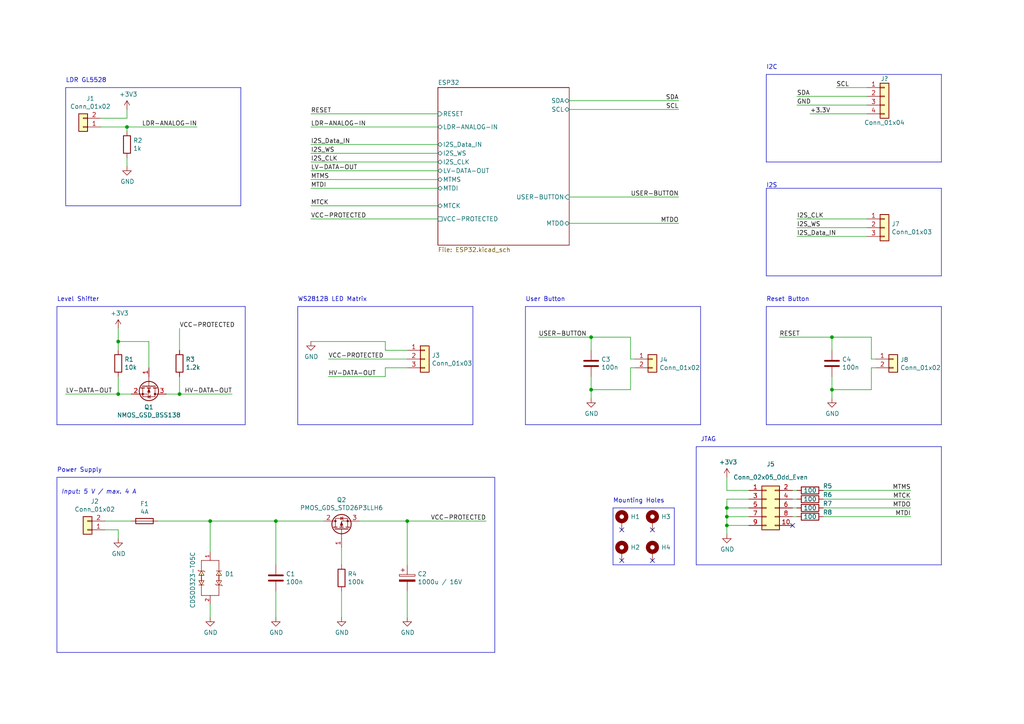
<source format=kicad_sch>
(kicad_sch (version 20230121) (generator eeschema)
  (paper "A4")
  (title_block (title "Pixelix") (date "2022-09-14") (rev "2.0") (comment 1 "Schneider, Niklas"))
  (lib_symbols
    (symbol "CDSOD323-T05C:CDSOD323-T05C" (pin_names (offset 1.016) hide)
      (property "Reference" "D" (at -5.08 5.08 0))
      (property "Value" "CDSOD323-T05C" (at -5.08 -7.62 0))
      (symbol "CDSOD323-T05C_0_0"
        (polyline (pts (xy -5.08 -2.54) (xy -5.08 2.54)) (stroke (width 0.1524)))
        (polyline (pts (xy -2.032 -3.302) (xy -2.286 -3.556)) (stroke (width 0.1524)))
        (polyline (pts (xy -2.032 -2.54) (xy -5.08 -2.54)) (stroke (width 0.1524)))
        (polyline (pts (xy -2.032 -1.778) (xy -2.032 -3.302)) (stroke (width 0.1524)))
        (polyline (pts (xy -2.032 -1.778) (xy -1.778 -1.524)) (stroke (width 0.1524)))
        (polyline (pts (xy -2.032 2.54) (xy -5.08 2.54)) (stroke (width 0.1524)))
        (polyline (pts (xy -2.032 3.302) (xy -2.032 1.778)) (stroke (width 0.1524)))
        (polyline (pts (xy -0.762 -2.54) (xy 1.27 -2.54)) (stroke (width 0.1524)))
        (polyline (pts (xy -0.762 2.54) (xy 1.27 2.54)) (stroke (width 0.1524)))
        (polyline (pts (xy 0.762 -2.54) (xy -1.27 -2.54)) (stroke (width 0.1524)))
        (polyline (pts (xy 0.762 2.54) (xy -1.27 2.54)) (stroke (width 0.1524)))
        (polyline (pts (xy 2.032 -3.302) (xy 2.032 -1.778)) (stroke (width 0.1524)))
        (polyline (pts (xy 2.032 -2.54) (xy 5.08 -2.54)) (stroke (width 0.1524)))
        (polyline (pts (xy 2.032 1.778) (xy 1.778 1.524)) (stroke (width 0.1524)))
        (polyline (pts (xy 2.032 1.778) (xy 2.032 3.302)) (stroke (width 0.1524)))
        (polyline (pts (xy 2.032 2.54) (xy 5.08 2.54)) (stroke (width 0.1524)))
        (polyline (pts (xy 2.032 3.302) (xy 2.286 3.556)) (stroke (width 0.1524)))
        (polyline (pts (xy 5.08 -2.54) (xy 5.08 2.54)) (stroke (width 0.1524)))
        (polyline (pts (xy -2.032 -2.54) (xy -0.762 -1.778) (xy -0.762 -3.302) (xy -2.032 -2.54)) (stroke (width 0.1524)) (fill (type background)))
        (polyline (pts (xy -2.032 2.54) (xy -0.762 3.302) (xy -0.762 1.778) (xy -2.032 2.54)) (stroke (width 0.1524)) (fill (type background)))
        (polyline (pts (xy 2.032 -2.54) (xy 0.762 -3.302) (xy 0.762 -1.778) (xy 2.032 -2.54)) (stroke (width 0.1524)) (fill (type background)))
        (polyline (pts (xy 2.032 2.54) (xy 0.762 1.778) (xy 0.762 3.302) (xy 2.032 2.54)) (stroke (width 0.1524)) (fill (type background)))
        (pin passive line (at -7.62 0 0) (length 2.54) (name "~") (number "1"))
        (pin passive line (at 7.62 0 180) (length 2.54) (name "~") (number "2"))
      )
    )
    (symbol "Connector_Generic:Conn_01x02" (pin_names (offset 1.016) hide)
      (property "Reference" "J" (at 0 2.54 0))
      (property "Value" "Conn_01x02" (at 0 -5.08 0))
      (symbol "Conn_01x02_1_1"
        (rectangle (start -1.27 -2.413) (end 0 -2.667) (stroke (width 0.1524)))
        (rectangle (start -1.27 0.127) (end 0 -0.127) (stroke (width 0.1524)))
        (rectangle (start -1.27 1.27) (end 1.27 -3.81) (stroke (width 0.254)) (fill (type background)))
        (pin passive line (at -5.08 0 0) (length 3.81) (name "Pin_1") (number "1"))
        (pin passive line (at -5.08 -2.54 0) (length 3.81) (name "Pin_2") (number "2"))
      )
    )
    (symbol "Connector_Generic:Conn_01x03" (pin_names (offset 1.016) hide)
      (property "Reference" "J" (at 0 5.08 0))
      (property "Value" "Conn_01x03" (at 0 -5.08 0))
      (symbol "Conn_01x03_1_1"
        (rectangle (start -1.27 -2.413) (end 0 -2.667) (stroke (width 0.1524)))
        (rectangle (start -1.27 0.127) (end 0 -0.127) (stroke (width 0.1524)))
        (rectangle (start -1.27 2.667) (end 0 2.413) (stroke (width 0.1524)))
        (rectangle (start -1.27 3.81) (end 1.27 -3.81) (stroke (width 0.254)) (fill (type background)))
        (pin passive line (at -5.08 2.54 0) (length 3.81) (name "Pin_1") (number "1"))
        (pin passive line (at -5.08 0 0) (length 3.81) (name "Pin_2") (number "2"))
        (pin passive line (at -5.08 -2.54 0) (length 3.81) (name "Pin_3") (number "3"))
      )
    )
    (symbol "Connector_Generic:Conn_01x04" (pin_names (offset 1.016) hide)
      (property "Reference" "J" (at 0 5.08 0))
      (property "Value" "Conn_01x04" (at 0 -7.62 0))
      (symbol "Conn_01x04_1_1"
        (rectangle (start -1.27 -4.953) (end 0 -5.207) (stroke (width 0.1524)))
        (rectangle (start -1.27 -2.413) (end 0 -2.667) (stroke (width 0.1524)))
        (rectangle (start -1.27 0.127) (end 0 -0.127) (stroke (width 0.1524)))
        (rectangle (start -1.27 2.667) (end 0 2.413) (stroke (width 0.1524)))
        (rectangle (start -1.27 3.81) (end 1.27 -6.35) (stroke (width 0.254)) (fill (type background)))
        (pin passive line (at -5.08 2.54 0) (length 3.81) (name "Pin_1") (number "1"))
        (pin passive line (at -5.08 0 0) (length 3.81) (name "Pin_2") (number "2"))
        (pin passive line (at -5.08 -2.54 0) (length 3.81) (name "Pin_3") (number "3"))
        (pin passive line (at -5.08 -5.08 0) (length 3.81) (name "Pin_4") (number "4"))
      )
    )
    (symbol "Connector_Generic:Conn_02x05_Odd_Even" (pin_names (offset 1.016) hide)
      (property "Reference" "J" (at 1.27 7.62 0))
      (property "Value" "Conn_02x05_Odd_Even" (at 1.27 -7.62 0))
      (symbol "Conn_02x05_Odd_Even_1_1"
        (rectangle (start -1.27 -4.953) (end 0 -5.207) (stroke (width 0.1524)))
        (rectangle (start -1.27 -2.413) (end 0 -2.667) (stroke (width 0.1524)))
        (rectangle (start -1.27 0.127) (end 0 -0.127) (stroke (width 0.1524)))
        (rectangle (start -1.27 2.667) (end 0 2.413) (stroke (width 0.1524)))
        (rectangle (start -1.27 5.207) (end 0 4.953) (stroke (width 0.1524)))
        (rectangle (start -1.27 6.35) (end 3.81 -6.35) (stroke (width 0.254)) (fill (type background)))
        (rectangle (start 3.81 -4.953) (end 2.54 -5.207) (stroke (width 0.1524)))
        (rectangle (start 3.81 -2.413) (end 2.54 -2.667) (stroke (width 0.1524)))
        (rectangle (start 3.81 0.127) (end 2.54 -0.127) (stroke (width 0.1524)))
        (rectangle (start 3.81 2.667) (end 2.54 2.413) (stroke (width 0.1524)))
        (rectangle (start 3.81 5.207) (end 2.54 4.953) (stroke (width 0.1524)))
        (pin passive line (at -5.08 5.08 0) (length 3.81) (name "Pin_1") (number "1"))
        (pin passive line (at 7.62 -5.08 180) (length 3.81) (name "Pin_10") (number "10"))
        (pin passive line (at 7.62 5.08 180) (length 3.81) (name "Pin_2") (number "2"))
        (pin passive line (at -5.08 2.54 0) (length 3.81) (name "Pin_3") (number "3"))
        (pin passive line (at 7.62 2.54 180) (length 3.81) (name "Pin_4") (number "4"))
        (pin passive line (at -5.08 0 0) (length 3.81) (name "Pin_5") (number "5"))
        (pin passive line (at 7.62 0 180) (length 3.81) (name "Pin_6") (number "6"))
        (pin passive line (at -5.08 -2.54 0) (length 3.81) (name "Pin_7") (number "7"))
        (pin passive line (at 7.62 -2.54 180) (length 3.81) (name "Pin_8") (number "8"))
        (pin passive line (at -5.08 -5.08 0) (length 3.81) (name "Pin_9") (number "9"))
      )
    )
    (symbol "Device:C" (pin_numbers hide) (pin_names (offset 0.254))
      (property "Reference" "C" (at 0.635 2.54 0))
      (property "Value" "C" (at 0.635 -2.54 0))
      (symbol "C_0_1"
        (polyline (pts (xy -2.032 -0.762) (xy 2.032 -0.762)) (stroke (width 0.508)))
        (polyline (pts (xy -2.032 0.762) (xy 2.032 0.762)) (stroke (width 0.508)))
      )
      (symbol "C_1_1"
        (pin passive line (at 0 3.81 270) (length 2.794) (name "~") (number "1"))
        (pin passive line (at 0 -3.81 90) (length 2.794) (name "~") (number "2"))
      )
    )
    (symbol "Device:Fuse" (pin_numbers hide) (pin_names (offset 0))
      (property "Reference" "F" (at 2.032 0 90))
      (property "Value" "Fuse" (at -1.905 0 90))
      (symbol "Fuse_0_1"
        (rectangle (start -0.762 -2.54) (end 0.762 2.54) (stroke (width 0.254)))
        (polyline (pts (xy 0 2.54) (xy 0 -2.54)))
      )
      (symbol "Fuse_1_1"
        (pin passive line (at 0 3.81 270) (length 1.27) (name "~") (number "1"))
        (pin passive line (at 0 -3.81 90) (length 1.27) (name "~") (number "2"))
      )
    )
    (symbol "Device:Q_NMOS_GSD" (pin_names (offset 0) hide)
      (property "Reference" "Q" (at 5.08 1.27 0))
      (property "Value" "Q_NMOS_GSD" (at 5.08 -1.27 0))
      (symbol "Q_NMOS_GSD_0_1"
        (polyline (pts (xy 0.254 0) (xy -2.54 0)))
        (polyline (pts (xy 0.254 1.905) (xy 0.254 -1.905)) (stroke (width 0.254)))
        (polyline (pts (xy 0.762 -1.27) (xy 0.762 -2.286)) (stroke (width 0.254)))
        (polyline (pts (xy 0.762 0.508) (xy 0.762 -0.508)) (stroke (width 0.254)))
        (polyline (pts (xy 0.762 2.286) (xy 0.762 1.27)) (stroke (width 0.254)))
        (polyline (pts (xy 2.54 2.54) (xy 2.54 1.778)))
        (polyline (pts (xy 2.54 -2.54) (xy 2.54 0) (xy 0.762 0)))
        (polyline (pts (xy 0.762 -1.778) (xy 3.302 -1.778) (xy 3.302 1.778) (xy 0.762 1.778)))
        (polyline (pts (xy 1.016 0) (xy 2.032 0.381) (xy 2.032 -0.381) (xy 1.016 0)) (fill (type outline)))
        (polyline (pts (xy 2.794 0.508) (xy 2.921 0.381) (xy 3.683 0.381) (xy 3.81 0.254)))
        (polyline (pts (xy 3.302 0.381) (xy 2.921 -0.254) (xy 3.683 -0.254) (xy 3.302 0.381)))
        (circle (center 1.651 0) (radius 2.794) (stroke (width 0.254)))
        (circle (center 2.54 -1.778) (radius 0.254) (fill (type outline)))
        (circle (center 2.54 1.778) (radius 0.254) (fill (type outline)))
      )
      (symbol "Q_NMOS_GSD_1_1"
        (pin input line (at -5.08 0 0) (length 2.54) (name "G") (number "1"))
        (pin passive line (at 2.54 -5.08 90) (length 2.54) (name "S") (number "2"))
        (pin passive line (at 2.54 5.08 270) (length 2.54) (name "D") (number "3"))
      )
    )
    (symbol "Device:Q_PMOS_GDS" (pin_names (offset 0) hide)
      (property "Reference" "Q" (at 5.08 1.27 0))
      (property "Value" "Q_PMOS_GDS" (at 5.08 -1.27 0))
      (symbol "Q_PMOS_GDS_0_1"
        (polyline (pts (xy 0.254 0) (xy -2.54 0)))
        (polyline (pts (xy 0.254 1.905) (xy 0.254 -1.905)) (stroke (width 0.254)))
        (polyline (pts (xy 0.762 -1.27) (xy 0.762 -2.286)) (stroke (width 0.254)))
        (polyline (pts (xy 0.762 0.508) (xy 0.762 -0.508)) (stroke (width 0.254)))
        (polyline (pts (xy 0.762 2.286) (xy 0.762 1.27)) (stroke (width 0.254)))
        (polyline (pts (xy 2.54 2.54) (xy 2.54 1.778)))
        (polyline (pts (xy 2.54 -2.54) (xy 2.54 0) (xy 0.762 0)))
        (polyline (pts (xy 0.762 1.778) (xy 3.302 1.778) (xy 3.302 -1.778) (xy 0.762 -1.778)))
        (polyline (pts (xy 2.286 0) (xy 1.27 0.381) (xy 1.27 -0.381) (xy 2.286 0)) (fill (type outline)))
        (polyline (pts (xy 2.794 -0.508) (xy 2.921 -0.381) (xy 3.683 -0.381) (xy 3.81 -0.254)))
        (polyline (pts (xy 3.302 -0.381) (xy 2.921 0.254) (xy 3.683 0.254) (xy 3.302 -0.381)))
        (circle (center 1.651 0) (radius 2.794) (stroke (width 0.254)))
        (circle (center 2.54 -1.778) (radius 0.254) (fill (type outline)))
        (circle (center 2.54 1.778) (radius 0.254) (fill (type outline)))
      )
      (symbol "Q_PMOS_GDS_1_1"
        (pin input line (at -5.08 0 0) (length 2.54) (name "G") (number "1"))
        (pin passive line (at 2.54 5.08 270) (length 2.54) (name "D") (number "2"))
        (pin passive line (at 2.54 -5.08 90) (length 2.54) (name "S") (number "3"))
      )
    )
    (symbol "Device:R" (pin_numbers hide) (pin_names (offset 0))
      (property "Reference" "R" (at 2.032 0 90))
      (property "Value" "R" (at 0 0 90))
      (symbol "R_0_1"
        (rectangle (start -1.016 -2.54) (end 1.016 2.54) (stroke (width 0.254)))
      )
      (symbol "R_1_1"
        (pin passive line (at 0 3.81 270) (length 1.27) (name "~") (number "1"))
        (pin passive line (at 0 -3.81 90) (length 1.27) (name "~") (number "2"))
      )
    )
    (symbol "Mechanical:MountingHole_Pad" (pin_numbers hide) (pin_names (offset 1.016) hide)
      (property "Reference" "H" (at 0 6.35 0))
      (property "Value" "MountingHole_Pad" (at 0 4.445 0))
      (symbol "MountingHole_Pad_0_1"
        (circle (center 0 1.27) (radius 1.27) (stroke (width 1.27)))
      )
      (symbol "MountingHole_Pad_1_1"
        (pin input line (at 0 -2.54 90) (length 2.54) (name "1") (number "1"))
      )
    )
    (symbol "Pixelix-rescue:CP-Device" (pin_numbers hide) (pin_names (offset 0.254))
      (property "Reference" "C" (at 0.635 2.54 0))
      (property "Value" "CP-Device" (at 0.635 -2.54 0))
      (symbol "CP-Device_0_1"
        (rectangle (start -2.286 0.508) (end 2.286 1.016))
        (polyline (pts (xy -1.778 2.286) (xy -0.762 2.286)))
        (polyline (pts (xy -1.27 2.794) (xy -1.27 1.778)))
        (rectangle (start 2.286 -0.508) (end -2.286 -1.016) (fill (type outline)))
      )
      (symbol "CP-Device_1_1"
        (pin passive line (at 0 3.81 270) (length 2.794) (name "~") (number "1"))
        (pin passive line (at 0 -3.81 90) (length 2.794) (name "~") (number "2"))
      )
    )
    (symbol "power:+3V3" (power) (pin_names (offset 0))
      (property "Value" "+3V3" (at 0 3.556 0))
      (symbol "+3V3_0_1"
        (polyline (pts (xy -0.762 1.27) (xy 0 2.54)))
        (polyline (pts (xy 0 0) (xy 0 2.54)))
        (polyline (pts (xy 0 2.54) (xy 0.762 1.27)))
      )
      (symbol "+3V3_1_1"
        (pin power_in line (at 0 0 90) (length 0) hide (name "+3V3") (number "1"))
      )
    )
    (symbol "power:GND" (power) (pin_names (offset 0))
      (property "Value" "GND" (at 0 -3.81 0))
      (symbol "GND_0_1"
        (polyline (pts (xy 0 0) (xy 0 -1.27) (xy 1.27 -1.27) (xy 0 -2.54) (xy -1.27 -1.27) (xy 0 -1.27)))
      )
      (symbol "GND_1_1"
        (pin power_in line (at 0 0 270) (length 0) hide (name "GND") (number "1"))
      )
    )
  )
  (junction (at 210.82 149.86))
  (junction (at 60.96 151.13))
  (junction (at 80.01 151.13))
  (junction (at 241.3 97.79))
  (junction (at 34.29 114.3))
  (junction (at 210.82 147.32))
  (junction (at 36.83 36.83))
  (junction (at 241.3 113.03))
  (junction (at 52.07 114.3))
  (junction (at 171.45 97.79))
  (junction (at 34.29 99.06))
  (junction (at 118.11 151.13))
  (junction (at 171.45 113.03))
  (junction (at 210.82 152.4))
  (no_connect (at 180.34 162.56))
  (no_connect (at 189.23 153.67))
  (no_connect (at 180.34 153.67))
  (no_connect (at 189.23 162.56))
  (no_connect (at 229.87 152.4))
  (wire (pts (xy 111.76 101.6) (xy 111.76 99.06)))
  (wire (pts (xy 210.82 149.86) (xy 210.82 152.4)))
  (wire (pts (xy 30.48 153.67) (xy 34.29 153.67)))
  (polyline (pts (xy 222.25 123.19) (xy 222.25 88.9)))
  (wire (pts (xy 252.73 97.79) (xy 252.73 104.14)))
  (polyline (pts (xy 143.51 138.43) (xy 143.51 189.23)))
  (polyline (pts (xy 16.51 123.19) (xy 16.51 88.9)))
  (polyline (pts (xy 222.25 80.01) (xy 222.25 54.61)))
  (wire (pts (xy 210.82 144.78) (xy 210.82 147.32)))
  (polyline (pts (xy 137.16 123.19) (xy 86.36 123.19)))
  (wire (pts (xy 229.87 147.32) (xy 231.14 147.32)))
  (polyline (pts (xy 86.36 88.9) (xy 137.16 88.9)))
  (wire (pts (xy 196.85 57.15) (xy 165.1 57.15)))
  (wire (pts (xy 171.45 97.79) (xy 156.21 97.79)))
  (wire (pts (xy 30.48 151.13) (xy 38.1 151.13)))
  (wire (pts (xy 238.76 144.78) (xy 264.16 144.78)))
  (wire (pts (xy 252.73 104.14) (xy 254 104.14)))
  (wire (pts (xy 52.07 114.3) (xy 52.07 109.22)))
  (wire (pts (xy 127 44.45) (xy 90.17 44.45)))
  (wire (pts (xy 251.46 30.48) (xy 231.14 30.48)))
  (polyline (pts (xy 195.58 163.83) (xy 195.58 147.32)))
  (wire (pts (xy 127 52.07) (xy 90.17 52.07)))
  (wire (pts (xy 210.82 152.4) (xy 217.17 152.4)))
  (wire (pts (xy 217.17 142.24) (xy 210.82 142.24)))
  (wire (pts (xy 241.3 113.03) (xy 252.73 113.03)))
  (wire (pts (xy 127 49.53) (xy 90.17 49.53)))
  (wire (pts (xy 104.14 151.13) (xy 118.11 151.13)))
  (polyline (pts (xy 201.93 129.54) (xy 273.05 129.54)))
  (polyline (pts (xy 203.2 88.9) (xy 203.2 123.19)))
  (wire (pts (xy 241.3 115.57) (xy 241.3 113.03)))
  (wire (pts (xy 254 106.68) (xy 252.73 106.68)))
  (wire (pts (xy 99.06 171.45) (xy 99.06 179.07)))
  (polyline (pts (xy 69.85 59.69) (xy 19.05 59.69)))
  (wire (pts (xy 210.82 152.4) (xy 210.82 154.94)))
  (polyline (pts (xy 177.8 163.83) (xy 195.58 163.83)))
  (wire (pts (xy 252.73 106.68) (xy 252.73 113.03)))
  (polyline (pts (xy 273.05 163.83) (xy 273.05 129.54)))
  (wire (pts (xy 251.46 68.58) (xy 231.14 68.58)))
  (wire (pts (xy 36.83 34.29) (xy 36.83 31.75)))
  (wire (pts (xy 45.72 151.13) (xy 60.96 151.13)))
  (wire (pts (xy 251.46 66.04) (xy 231.14 66.04)))
  (wire (pts (xy 127 59.69) (xy 90.17 59.69)))
  (wire (pts (xy 52.07 114.3) (xy 67.31 114.3)))
  (wire (pts (xy 34.29 114.3) (xy 38.1 114.3)))
  (wire (pts (xy 118.11 101.6) (xy 111.76 101.6)))
  (wire (pts (xy 48.26 114.3) (xy 52.07 114.3)))
  (wire (pts (xy 19.05 114.3) (xy 34.29 114.3)))
  (polyline (pts (xy 273.05 21.59) (xy 273.05 46.99)))
  (wire (pts (xy 229.87 149.86) (xy 231.14 149.86)))
  (wire (pts (xy 43.18 99.06) (xy 34.29 99.06)))
  (polyline (pts (xy 19.05 59.69) (xy 19.05 25.4)))
  (wire (pts (xy 127 63.5) (xy 90.17 63.5)))
  (polyline (pts (xy 222.25 46.99) (xy 222.25 21.59)))
  (polyline (pts (xy 273.05 88.9) (xy 273.05 123.19)))
  (wire (pts (xy 127 41.91) (xy 90.17 41.91)))
  (wire (pts (xy 111.76 109.22) (xy 111.76 106.68)))
  (wire (pts (xy 171.45 113.03) (xy 182.88 113.03)))
  (wire (pts (xy 182.88 113.03) (xy 182.88 106.68)))
  (polyline (pts (xy 152.4 123.19) (xy 152.4 88.9)))
  (polyline (pts (xy 273.05 80.01) (xy 222.25 80.01)))
  (wire (pts (xy 29.21 34.29) (xy 36.83 34.29)))
  (polyline (pts (xy 71.12 123.19) (xy 16.51 123.19)))
  (polyline (pts (xy 222.25 88.9) (xy 273.05 88.9)))
  (polyline (pts (xy 273.05 46.99) (xy 222.25 46.99)))
  (wire (pts (xy 80.01 151.13) (xy 93.98 151.13)))
  (wire (pts (xy 118.11 151.13) (xy 140.97 151.13)))
  (wire (pts (xy 182.88 97.79) (xy 171.45 97.79)))
  (wire (pts (xy 34.29 109.22) (xy 34.29 114.3)))
  (wire (pts (xy 36.83 36.83) (xy 36.83 38.1)))
  (wire (pts (xy 229.87 144.78) (xy 231.14 144.78)))
  (polyline (pts (xy 16.51 88.9) (xy 71.12 88.9)))
  (wire (pts (xy 118.11 163.83) (xy 118.11 151.13)))
  (polyline (pts (xy 203.2 123.19) (xy 152.4 123.19)))
  (polyline (pts (xy 137.16 88.9) (xy 137.16 123.19)))
  (polyline (pts (xy 222.25 21.59) (xy 273.05 21.59)))
  (wire (pts (xy 182.88 106.68) (xy 184.15 106.68)))
  (wire (pts (xy 111.76 106.68) (xy 118.11 106.68)))
  (wire (pts (xy 60.96 151.13) (xy 60.96 160.02)))
  (polyline (pts (xy 86.36 123.19) (xy 86.36 88.9)))
  (wire (pts (xy 34.29 99.06) (xy 34.29 95.25)))
  (polyline (pts (xy 71.12 88.9) (xy 71.12 123.19)))
  (wire (pts (xy 241.3 113.03) (xy 241.3 109.22)))
  (polyline (pts (xy 273.05 163.83) (xy 201.93 163.83)))
  (wire (pts (xy 43.18 106.68) (xy 43.18 99.06)))
  (wire (pts (xy 95.25 104.14) (xy 118.11 104.14)))
  (wire (pts (xy 171.45 97.79) (xy 171.45 101.6)))
  (wire (pts (xy 127 54.61) (xy 90.17 54.61)))
  (wire (pts (xy 238.76 142.24) (xy 264.16 142.24)))
  (polyline (pts (xy 69.85 25.4) (xy 69.85 59.69)))
  (wire (pts (xy 251.46 63.5) (xy 231.14 63.5)))
  (wire (pts (xy 95.25 109.22) (xy 111.76 109.22)))
  (wire (pts (xy 99.06 163.83) (xy 99.06 158.75)))
  (wire (pts (xy 127 46.99) (xy 90.17 46.99)))
  (wire (pts (xy 196.85 31.75) (xy 165.1 31.75)))
  (wire (pts (xy 251.46 27.94) (xy 231.14 27.94)))
  (wire (pts (xy 217.17 144.78) (xy 210.82 144.78)))
  (polyline (pts (xy 177.8 147.32) (xy 177.8 163.83)))
  (wire (pts (xy 182.88 104.14) (xy 182.88 97.79)))
  (wire (pts (xy 241.3 97.79) (xy 226.06 97.79)))
  (polyline (pts (xy 273.05 54.61) (xy 273.05 80.01)))
  (polyline (pts (xy 16.51 138.43) (xy 143.51 138.43)))
  (wire (pts (xy 127 36.83) (xy 90.17 36.83)))
  (wire (pts (xy 252.73 97.79) (xy 241.3 97.79)))
  (wire (pts (xy 196.85 64.77) (xy 165.1 64.77)))
  (polyline (pts (xy 273.05 123.19) (xy 222.25 123.19)))
  (wire (pts (xy 238.76 149.86) (xy 264.16 149.86)))
  (polyline (pts (xy 222.25 54.61) (xy 273.05 54.61)))
  (wire (pts (xy 80.01 171.45) (xy 80.01 179.07)))
  (wire (pts (xy 196.85 29.21) (xy 165.1 29.21)))
  (wire (pts (xy 171.45 113.03) (xy 171.45 109.22)))
  (wire (pts (xy 80.01 163.83) (xy 80.01 151.13)))
  (wire (pts (xy 52.07 101.6) (xy 52.07 95.25)))
  (wire (pts (xy 234.95 33.02) (xy 251.46 33.02)))
  (wire (pts (xy 111.76 99.06) (xy 90.17 99.06)))
  (wire (pts (xy 29.21 36.83) (xy 36.83 36.83)))
  (wire (pts (xy 217.17 147.32) (xy 210.82 147.32)))
  (wire (pts (xy 34.29 153.67) (xy 34.29 156.21)))
  (wire (pts (xy 34.29 99.06) (xy 34.29 101.6)))
  (polyline (pts (xy 143.51 189.23) (xy 16.51 189.23)))
  (wire (pts (xy 118.11 171.45) (xy 118.11 179.07)))
  (wire (pts (xy 36.83 45.72) (xy 36.83 48.26)))
  (polyline (pts (xy 201.93 163.83) (xy 201.93 129.54)))
  (wire (pts (xy 60.96 175.26) (xy 60.96 179.07)))
  (polyline (pts (xy 177.8 147.32) (xy 195.58 147.32)))
  (wire (pts (xy 36.83 36.83) (xy 57.15 36.83)))
  (wire (pts (xy 242.57 25.4) (xy 251.46 25.4)))
  (wire (pts (xy 217.17 149.86) (xy 210.82 149.86)))
  (polyline (pts (xy 16.51 189.23) (xy 16.51 138.43)))
  (wire (pts (xy 210.82 147.32) (xy 210.82 149.86)))
  (wire (pts (xy 210.82 142.24) (xy 210.82 138.43)))
  (wire (pts (xy 171.45 115.57) (xy 171.45 113.03)))
  (wire (pts (xy 127 33.02) (xy 90.17 33.02)))
  (wire (pts (xy 184.15 104.14) (xy 182.88 104.14)))
  (wire (pts (xy 60.96 151.13) (xy 80.01 151.13)))
  (polyline (pts (xy 152.4 88.9) (xy 203.2 88.9)))
  (wire (pts (xy 241.3 97.79) (xy 241.3 101.6)))
  (polyline (pts (xy 19.05 25.4) (xy 69.85 25.4)))
  (wire (pts (xy 238.76 147.32) (xy 264.16 147.32)))
  (wire (pts (xy 229.87 142.24) (xy 231.14 142.24)))
  (text "User Button" (at 152.4 87.63 0) (effects (font (size 1.27 1.27)) (justify left bottom)))
  (text "LDR GL5528" (at 19.05 24.13 0) (effects (font (size 1.27 1.27)) (justify left bottom)))
  (text "WS2812B LED Matrix" (at 86.36 87.63 0) (effects (font (size 1.27 1.27)) (justify left bottom)))
  (text "I2S" (at 222.25 54.61 0) (effects (font (size 1.27 1.27)) (justify left bottom)))
  (text "JTAG" (at 203.2 128.27 0) (effects (font (size 1.27 1.27)) (justify left bottom)))
  (text "I2C" (at 222.25 20.32 0) (effects (font (size 1.27 1.27)) (justify left bottom)))
  (text "Power Supply" (at 16.51 137.16 0) (effects (font (size 1.27 1.27)) (justify left bottom)))
  (text "Mounting Holes" (at 177.8 146.05 0) (effects (font (size 1.27 1.27)) (justify left bottom)))
  (text "Input: 5 V / max. 4 A" (at 17.78 143.51 0) (effects (font (size 1.27 1.27) italic) (justify left bottom)))
  (text "Level Shifter" (at 16.51 87.63 0) (effects (font (size 1.27 1.27)) (justify left bottom)))
  (text "Reset Button" (at 222.25 87.63 0) (effects (font (size 1.27 1.27)) (justify left bottom)))
  (label "MTCK" (at 264.16 144.78 180))
  (label "SCL" (at 196.85 31.75 180))
  (label "SDA" (at 231.14 27.94 0))
  (label "SCL" (at 242.57 25.4 0))
  (label "GND" (at 231.14 30.48 0))
  (label "HV-DATA-OUT" (at 95.25 109.22 0))
  (label "I2S_WS" (at 90.17 44.45 0))
  (label "LV-DATA-OUT" (at 90.17 49.53 0))
  (label "MTMS" (at 264.16 142.24 180))
  (label "VCC-PROTECTED" (at 52.07 95.25 0))
  (label "MTDO" (at 196.85 64.77 180))
  (label "MTDI" (at 264.16 149.86 180))
  (label "VCC-PROTECTED" (at 140.97 151.13 180))
  (label "LDR-ANALOG-IN" (at 57.15 36.83 180))
  (label "VCC-PROTECTED" (at 90.17 63.5 0))
  (label "HV-DATA-OUT" (at 67.31 114.3 180))
  (label "USER-BUTTON" (at 156.21 97.79 0))
  (label "VCC-PROTECTED" (at 95.25 104.14 0))
  (label "RESET" (at 90.17 33.02 0))
  (label "RESET" (at 226.06 97.79 0))
  (label "MTDO" (at 264.16 147.32 180))
  (label "I2S_WS" (at 231.14 66.04 0))
  (label "LV-DATA-OUT" (at 19.05 114.3 0))
  (label "MTDI" (at 90.17 54.61 0))
  (label "I2S_Data_IN" (at 231.14 68.58 0))
  (label "I2S_Data_IN" (at 90.17 41.91 0))
  (label "MTMS" (at 90.17 52.07 0))
  (label "USER-BUTTON" (at 196.85 57.15 180))
  (label "I2S_CLK" (at 231.14 63.5 0))
  (label "+3.3V" (at 234.95 33.02 0))
  (label "LDR-ANALOG-IN" (at 90.17 36.83 0))
  (label "MTCK" (at 90.17 59.69 0))
  (label "SDA" (at 196.85 29.21 180))
  (label "I2S_CLK" (at 90.17 46.99 0))
  (symbol (lib_id "Device:R") (at 36.83 41.91 0) (unit 1)
    (property "Reference" "R2" (at 38.608 40.7416 0) (effects (justify left)))
    (property "Value" "1k" (at 38.608 43.053 0) (effects (justify left)))
    (property "Footprint" "Resistor_SMD:R_1206_3216Metric_Pad1.30x1.75mm_HandSolder" (effects hide))
    (property "Manufacturer" "YAGEO" (effects hide))
    (property "Part-No." "RC1206JR-071KL" (effects hide))
  )
  (symbol (lib_id "Connector_Generic:Conn_01x04") (at 256.54 27.94 0) (unit 1)
    (property "Reference" "J?" (at 256.54 22.86 0))
    (property "Value" "Conn_01x04" (at 256.54 35.56 0))
    (property "Manufacturer" "Würth Elektronik" (effects hide))
    (property "Part-No." "66200211022" (effects hide))
  )
  (symbol (lib_id "Connector_Generic:Conn_01x02") (at 24.13 36.83 180) (unit 1)
    (property "Reference" "J1" (at 26.2128 28.575 0))
    (property "Value" "Conn_01x02" (at 26.2128 30.8864 0))
    (property "Footprint" "footprints:66200211022" (effects hide))
    (property "Manufacturer" "Würth Elektronik" (effects hide))
    (property "Part-No." "66200211022" (effects hide))
  )
  (symbol (lib_id "Connector_Generic:Conn_01x02") (at 259.08 104.14 0) (unit 1)
    (property "Reference" "J8" (at 261.112 104.3432 0) (effects (justify left)))
    (property "Value" "Conn_01x02" (at 261.112 106.6546 0) (effects (justify left)))
    (property "Footprint" "footprints:66200211022" (effects hide))
    (property "Manufacturer" "Würth Elektronik" (effects hide))
    (property "Part-No." "66200211022" (effects hide))
  )
  (symbol (lib_id "Connector_Generic:Conn_01x02") (at 189.23 104.14 0) (unit 1)
    (property "Reference" "J4" (at 191.262 104.3432 0) (effects (justify left)))
    (property "Value" "Conn_01x02" (at 191.262 106.6546 0) (effects (justify left)))
    (property "Footprint" "footprints:66200211022" (effects hide))
    (property "Manufacturer" "Würth Elektronik" (effects hide))
    (property "Part-No." "66200211022" (effects hide))
  )
  (symbol (lib_id "Connector_Generic:Conn_01x03") (at 123.19 104.14 0) (unit 1)
    (property "Reference" "J3" (at 125.222 103.0732 0) (effects (justify left)))
    (property "Value" "Conn_01x03" (at 125.222 105.3846 0) (effects (justify left)))
    (property "Footprint" "footprints:66200311022" (effects hide))
    (property "Manufacturer" "Würth Elektronik" (effects hide))
    (property "Part-No." "66200311022" (effects hide))
  )
  (symbol (lib_id "power:GND") (at 36.83 48.26 0) (unit 1)
    (property "Reference" "#PWR04" (effects hide))
    (property "Value" "GND" (at 36.957 52.6542 0))
  )
  (symbol (lib_id "power:+3V3") (at 36.83 31.75 0) (unit 1)
    (property "Reference" "#PWR03" (effects hide))
    (property "Value" "+3V3" (at 37.211 27.3558 0))
  )
  (symbol (lib_id "Device:R") (at 34.29 105.41 0) (unit 1)
    (property "Reference" "R1" (at 36.068 104.2416 0) (effects (justify left)))
    (property "Value" "10k" (at 36.068 106.553 0) (effects (justify left)))
    (property "Footprint" "Resistor_SMD:R_1206_3216Metric_Pad1.30x1.75mm_HandSolder" (effects hide))
    (property "Manufacturer" "Yageo" (effects hide))
    (property "Part-No." "RC1206JR-0710KL" (effects hide))
  )
  (symbol (lib_id "Device:R") (at 52.07 105.41 0) (unit 1)
    (property "Reference" "R3" (at 53.848 104.2416 0) (effects (justify left)))
    (property "Value" "1.2k" (at 53.848 106.553 0) (effects (justify left)))
    (property "Footprint" "Resistor_SMD:R_1206_3216Metric_Pad1.30x1.75mm_HandSolder" (effects hide))
    (property "Manufacturer" "YAGEO" (effects hide))
    (property "Part-No." "RC1206JR-071K2L" (effects hide))
  )
  (symbol (lib_id "Device:Q_NMOS_GSD") (at 43.18 111.76 270) (unit 1)
    (property "Reference" "Q1" (at 43.18 118.0846 90))
    (property "Value" "NMOS_GSD_BSS138" (at 43.18 120.396 90))
    (property "Footprint" "Package_TO_SOT_SMD:SOT-23_Handsoldering" (effects hide))
    (property "Datasheet" "https://www.mouser.de/datasheet/2/308/1/BSS138_D-2310374.pdf" (effects hide))
    (property "Manufacturer" "Onsemi" (effects hide))
    (property "Part-No." "BSS138" (effects hide))
  )
  (symbol (lib_id "power:+3V3") (at 34.29 95.25 0) (unit 1)
    (property "Reference" "#PWR01" (effects hide))
    (property "Value" "+3V3" (at 34.671 90.8558 0))
  )
  (symbol (lib_id "power:GND") (at 90.17 99.06 0) (unit 1)
    (property "Reference" "#PWR07" (effects hide))
    (property "Value" "GND" (at 90.297 103.4542 0))
  )
  (symbol (lib_id "Device:C") (at 171.45 105.41 0) (unit 1)
    (property "Reference" "C3" (at 174.371 104.2416 0) (effects (justify left)))
    (property "Value" "100n" (at 174.371 106.553 0) (effects (justify left)))
    (property "Footprint" "Capacitor_SMD:C_1206_3216Metric_Pad1.33x1.80mm_HandSolder" (effects hide))
    (property "Manufacturer" "KEMET" (effects hide))
    (property "Part-No." "X7R1206B100N " (effects hide))
  )
  (symbol (lib_id "power:GND") (at 171.45 115.57 0) (unit 1)
    (property "Reference" "#PWR010" (effects hide))
    (property "Value" "GND" (at 171.577 119.9642 0))
  )
  (symbol (lib_id "Device:C") (at 241.3 105.41 0) (unit 1)
    (property "Reference" "C4" (at 244.221 104.2416 0) (effects (justify left)))
    (property "Value" "100n" (at 244.221 106.553 0) (effects (justify left)))
    (property "Footprint" "Capacitor_SMD:C_1206_3216Metric_Pad1.33x1.80mm_HandSolder" (effects hide))
    (property "Manufacturer" "KEMET" (effects hide))
    (property "Part-No." "X7R1206B100N " (effects hide))
  )
  (symbol (lib_id "power:GND") (at 241.3 115.57 0) (unit 1)
    (property "Reference" "#PWR013" (effects hide))
    (property "Value" "GND" (at 241.427 119.9642 0))
  )
  (symbol (lib_id "power:GND") (at 34.29 156.21 0) (unit 1)
    (property "Reference" "#PWR02" (effects hide))
    (property "Value" "GND" (at 34.417 160.6042 0))
  )
  (symbol (lib_id "Pixelix-rescue:CP-Device") (at 118.11 167.64 0) (unit 1)
    (property "Reference" "C2" (at 121.1072 166.4716 0) (effects (justify left)))
    (property "Value" "1000u / 16V" (at 121.1072 168.783 0) (effects (justify left)))
    (property "Footprint" "footprints:CP_Radial_D8.0mm_P3.50mm_horizontal" (effects hide))
    (property "Manufacturer" "Panasonic" (effects hide))
    (property "Part-No." "EEU-FR1C102L" (effects hide))
  )
  (symbol (lib_id "Device:R") (at 99.06 167.64 0) (unit 1)
    (property "Reference" "R4" (at 100.838 166.4716 0) (effects (justify left)))
    (property "Value" "100k" (at 100.838 168.783 0) (effects (justify left)))
    (property "Footprint" "Resistor_SMD:R_1206_3216Metric_Pad1.30x1.75mm_HandSolder" (effects hide))
    (property "Manufacturer" "KOA" (effects hide))
    (property "Part-No." "RK73H2BTTD14" (effects hide))
  )
  (symbol (lib_id "Device:C") (at 80.01 167.64 0) (unit 1)
    (property "Reference" "C1" (at 82.931 166.4716 0) (effects (justify left)))
    (property "Value" "100n" (at 82.931 168.783 0) (effects (justify left)))
    (property "Footprint" "Capacitor_SMD:C_1206_3216Metric_Pad1.33x1.80mm_HandSolder" (effects hide))
    (property "Manufacturer" "KEMET" (effects hide))
    (property "Part-No." "X7R1206B100N " (effects hide))
  )
  (symbol (lib_id "Device:Fuse") (at 41.91 151.13 270) (unit 1)
    (property "Reference" "F1" (at 41.91 146.1262 90))
    (property "Value" "4A" (at 41.91 148.4376 90))
    (property "Footprint" "footprints:FUSE_0154004.DR" (effects hide))
    (property "Manufacturer" "Littlefuse" (effects hide))
    (property "Part-No." "0154004.DRT" (effects hide))
  )
  (symbol (lib_id "CDSOD323-T05C:CDSOD323-T05C") (at 60.96 167.64 270) (unit 1)
    (property "Reference" "D1" (at 65.2272 166.4716 90) (effects (justify left)))
    (property "Value" "CDSOD323-T05C" (at 55.88 160.02 0) (effects (justify left)))
    (property "Footprint" "footprints:CDSOD323-T05C" (effects hide))
    (property "Datasheet" "https://www.bourns.com/docs/Product-Datasheets/CDSOD323-TxxC.PDF" (effects hide))
    (property "Manufacturer" "Bourns" (effects hide))
    (property "Part-No." "CDSOD323-T05C" (effects hide))
  )
  (symbol (lib_id "power:GND") (at 60.96 179.07 0) (unit 1)
    (property "Reference" "#PWR05" (effects hide))
    (property "Value" "GND" (at 61.087 183.4642 0))
  )
  (symbol (lib_id "power:GND") (at 80.01 179.07 0) (unit 1)
    (property "Reference" "#PWR06" (effects hide))
    (property "Value" "GND" (at 80.137 183.4642 0))
  )
  (symbol (lib_id "power:GND") (at 99.06 179.07 0) (unit 1)
    (property "Reference" "#PWR08" (effects hide))
    (property "Value" "GND" (at 99.187 183.4642 0))
  )
  (symbol (lib_id "power:GND") (at 118.11 179.07 0) (unit 1)
    (property "Reference" "#PWR09" (effects hide))
    (property "Value" "GND" (at 118.237 183.4642 0))
  )
  (symbol (lib_id "Device:Q_PMOS_GDS") (at 99.06 153.67 90) (unit 1)
    (property "Reference" "Q2" (at 99.06 144.9832 90))
    (property "Value" "PMOS_GDS_STD26P3LLH6" (at 99.06 147.2946 90))
    (property "Footprint" "Package_TO_SOT_SMD:TO-252-3_TabPin2" (effects hide))
    (property "Datasheet" "https://www.mouser.de/datasheet/2/389/dm00063009-1797868.pdf" (effects hide))
    (property "Manufacturer" "STMicroelectronics" (effects hide))
    (property "Part-No." "STD26P3LLH6" (effects hide))
  )
  (symbol (lib_id "Connector_Generic:Conn_01x02") (at 25.4 153.67 180) (unit 1)
    (property "Reference" "J2" (at 27.4828 145.415 0))
    (property "Value" "Conn_01x02" (at 27.4828 147.7264 0))
    (property "Footprint" "footprints:66200211022" (effects hide))
    (property "Manufacturer" "Würth Elektronik" (effects hide))
    (property "Part-No." "66200211022" (effects hide))
  )
  (symbol (lib_id "Connector_Generic:Conn_02x05_Odd_Even") (at 222.25 147.32 0) (unit 1)
    (property "Reference" "J5" (at 223.52 134.62 0))
    (property "Value" "Conn_02x05_Odd_Even" (at 223.52 138.43 0))
    (property "Footprint" "footprints:61201021621" (effects hide))
    (property "Manufacturer" "Würth Elektronik" (effects hide))
    (property "Part-No." "61201021621" (effects hide))
  )
  (symbol (lib_id "Device:R") (at 234.95 149.86 90) (unit 1)
    (property "Reference" "R8" (at 240.03 148.59 90))
    (property "Value" "100" (at 234.95 149.86 90))
    (property "Footprint" "Resistor_SMD:R_1206_3216Metric_Pad1.30x1.75mm_HandSolder" (effects hide))
    (property "Manufacturer" "YAGEO" (effects hide))
    (property "Part-No." "RC1206JR-07100RL" (effects hide))
  )
  (symbol (lib_id "Device:R") (at 234.95 147.32 90) (unit 1)
    (property "Reference" "R7" (at 240.03 146.05 90))
    (property "Value" "100" (at 234.95 147.32 90))
    (property "Footprint" "Resistor_SMD:R_1206_3216Metric_Pad1.30x1.75mm_HandSolder" (effects hide))
    (property "Manufacturer" "YAGEO" (effects hide))
    (property "Part-No." "RC1206JR-07100RL" (effects hide))
  )
  (symbol (lib_id "Device:R") (at 234.95 144.78 90) (unit 1)
    (property "Reference" "R6" (at 240.03 143.51 90))
    (property "Value" "100" (at 234.95 144.78 90))
    (property "Footprint" "Resistor_SMD:R_1206_3216Metric_Pad1.30x1.75mm_HandSolder" (effects hide))
    (property "Manufacturer" "YAGEO" (effects hide))
    (property "Part-No." "RC1206JR-07100RL" (effects hide))
  )
  (symbol (lib_id "Device:R") (at 234.95 142.24 90) (unit 1)
    (property "Reference" "R5" (at 240.03 140.97 90))
    (property "Value" "100" (at 234.95 142.24 90))
    (property "Footprint" "Resistor_SMD:R_1206_3216Metric_Pad1.30x1.75mm_HandSolder" (effects hide))
    (property "Manufacturer" "YAGEO" (effects hide))
    (property "Part-No." "RC1206JR-07100RL" (effects hide))
  )
  (symbol (lib_id "power:GND") (at 210.82 154.94 0) (unit 1)
    (property "Reference" "#PWR012" (effects hide))
    (property "Value" "GND" (at 210.947 159.3342 0))
  )
  (symbol (lib_id "power:+3V3") (at 210.82 138.43 0) (unit 1)
    (property "Reference" "#PWR011" (effects hide))
    (property "Value" "+3V3" (at 211.201 134.0358 0))
  )
  (symbol (lib_id "Connector_Generic:Conn_01x03") (at 256.54 66.04 0) (unit 1)
    (property "Reference" "J7" (at 258.572 64.9732 0) (effects (justify left)))
    (property "Value" "Conn_01x03" (at 258.572 67.2846 0) (effects (justify left)))
    (property "Footprint" "footprints:66200311022" (effects hide))
    (property "Manufacturer" "Würth Elektronik" (effects hide))
    (property "Part-No." "66200311022" (effects hide))
  )
  (symbol (lib_id "Mechanical:MountingHole_Pad") (at 189.23 151.13 0) (unit 1)
    (property "Reference" "H3" (at 191.77 149.8599 0) (effects (justify left)))
    (property "Value" "MountingHole_Pad" (effects hide))
    (property "Footprint" "MountingHole:MountingHole_2.2mm_M2_Pad_Via" (effects hide))
    (property "Manufacturer" "-" (effects hide))
    (property "Part-No." "-" (effects hide))
  )
  (symbol (lib_id "Mechanical:MountingHole_Pad") (at 189.23 160.02 0) (unit 1)
    (property "Reference" "H4" (at 191.77 158.7499 0) (effects (justify left)))
    (property "Value" "MountingHole_Pad" (effects hide))
    (property "Footprint" "MountingHole:MountingHole_2.2mm_M2_Pad_Via" (effects hide))
    (property "Manufacturer" "-" (effects hide))
    (property "Part-No." "-" (effects hide))
  )
  (symbol (lib_id "Mechanical:MountingHole_Pad") (at 180.34 160.02 0) (unit 1)
    (property "Reference" "H2" (at 182.88 158.7499 0) (effects (justify left)))
    (property "Value" "MountingHole_Pad" (effects hide))
    (property "Footprint" "MountingHole:MountingHole_2.2mm_M2_Pad_Via" (effects hide))
    (property "Manufacturer" "-" (effects hide))
    (property "Part-No." "-" (effects hide))
  )
  (symbol (lib_id "Mechanical:MountingHole_Pad") (at 180.34 151.13 0) (unit 1)
    (property "Reference" "H1" (at 182.88 149.8599 0) (effects (justify left)))
    (property "Value" "MountingHole_Pad" (effects hide))
    (property "Footprint" "MountingHole:MountingHole_2.2mm_M2_Pad_Via" (effects hide))
    (property "Manufacturer" "-" (effects hide))
    (property "Part-No." "-" (effects hide))
  )
  (sheet (at 127 25.4) (size 38.1 45.72)
    (property "Sheetname" "ESP32" (at 127 24.6884 0) (effects (justify left bottom)))
    (property "Sheetfile" "ESP32.kicad_sch" (at 127 71.7046 0) (effects (justify left top)))
    (pin "RESET" input (at 127 33.02 180))
    (pin "LDR-ANALOG-IN" bidirectional (at 127 36.83 180))
    (pin "I2S_Data_IN" bidirectional (at 127 41.91 180))
    (pin "I2S_WS" bidirectional (at 127 44.45 180))
    (pin "I2S_CLK" bidirectional (at 127 46.99 180))
    (pin "LV-DATA-OUT" bidirectional (at 127 49.53 180))
    (pin "MTMS" bidirectional (at 127 52.07 180))
    (pin "MTDI" bidirectional (at 127 54.61 180))
    (pin "MTCK" bidirectional (at 127 59.69 180))
    (pin "VCC-PROTECTED" passive (at 127 63.5 180))
    (pin "SDA" bidirectional (at 165.1 29.21 0))
    (pin "SCL" bidirectional (at 165.1 31.75 0))
    (pin "USER-BUTTON" input (at 165.1 57.15 0))
    (pin "MTDO" bidirectional (at 165.1 64.77 0))
  )
)
</source>
